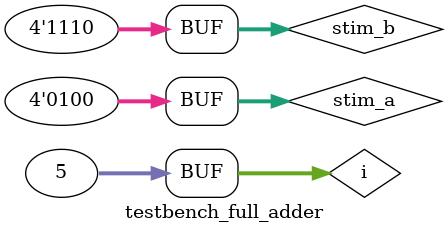
<source format=v>
module testbench_full_adder;

// Declare testbench variables 
	reg [3:0] stim_a, stim_b;
	reg stim_c_in;
	wire mon_c_out;
	wire [3:0] mon_s;
	integer i;
// Instantiate the design and connect to testbench variables
	full_adder tb_adder(
		.a(stim_a),
		.b(stim_b),
		.c_in(stim_c_in),
		.c_out(mon_c_out),
		.s(mon_s)
	);

// Provide stimulus to test the design 
	initial begin 
		stim_a <= 0;
		stim_b <= 0;
		stim_c_in <= 0;
		
		$monitor("stim_a=%d stim_b=%d stim_c_in=%d mon_c_out=%d mon_s=%d", stim_a, stim_b, stim_c_in, mon_c_out, mon_s);
		#10
		for (i = 0; i < 5; i = i + 1) begin
			 stim_a <= i;
				 stim_b <= i + 10;
				 stim_c_in <= mon_c_out;
				 #10;
		end
	end
endmodule 
	
	

</source>
